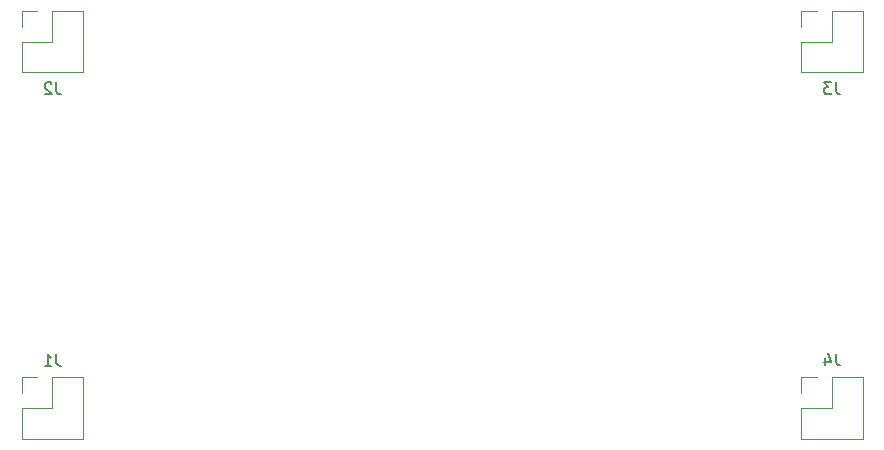
<source format=gbo>
%TF.GenerationSoftware,KiCad,Pcbnew,5.1.10*%
%TF.CreationDate,2021-11-03T22:20:00+01:00*%
%TF.ProjectId,main_pcb_ui,6d61696e-5f70-4636-925f-75692e6b6963,rev?*%
%TF.SameCoordinates,PX8583b00PY5f5e100*%
%TF.FileFunction,Legend,Bot*%
%TF.FilePolarity,Positive*%
%FSLAX46Y46*%
G04 Gerber Fmt 4.6, Leading zero omitted, Abs format (unit mm)*
G04 Created by KiCad (PCBNEW 5.1.10) date 2021-11-03 22:20:00*
%MOMM*%
%LPD*%
G01*
G04 APERTURE LIST*
%ADD10C,0.120000*%
%ADD11C,0.150000*%
G04 APERTURE END LIST*
D10*
%TO.C,J4*%
X31730000Y-5400000D02*
X30400000Y-5400000D01*
X30400000Y-5400000D02*
X30400000Y-6730000D01*
X33000000Y-5400000D02*
X33000000Y-8000000D01*
X33000000Y-8000000D02*
X30400000Y-8000000D01*
X30400000Y-8000000D02*
X30400000Y-10600000D01*
X35600000Y-10600000D02*
X30400000Y-10600000D01*
X35600000Y-5400000D02*
X35600000Y-10600000D01*
X35600000Y-5400000D02*
X33000000Y-5400000D01*
%TO.C,J3*%
X31730000Y25600000D02*
X30400000Y25600000D01*
X30400000Y25600000D02*
X30400000Y24270000D01*
X33000000Y25600000D02*
X33000000Y23000000D01*
X33000000Y23000000D02*
X30400000Y23000000D01*
X30400000Y23000000D02*
X30400000Y20400000D01*
X35600000Y20400000D02*
X30400000Y20400000D01*
X35600000Y25600000D02*
X35600000Y20400000D01*
X35600000Y25600000D02*
X33000000Y25600000D01*
%TO.C,J2*%
X-34270000Y25600000D02*
X-35600000Y25600000D01*
X-35600000Y25600000D02*
X-35600000Y24270000D01*
X-33000000Y25600000D02*
X-33000000Y23000000D01*
X-33000000Y23000000D02*
X-35600000Y23000000D01*
X-35600000Y23000000D02*
X-35600000Y20400000D01*
X-30400000Y20400000D02*
X-35600000Y20400000D01*
X-30400000Y25600000D02*
X-30400000Y20400000D01*
X-30400000Y25600000D02*
X-33000000Y25600000D01*
%TO.C,J1*%
X-34270000Y-5400000D02*
X-35600000Y-5400000D01*
X-35600000Y-5400000D02*
X-35600000Y-6730000D01*
X-33000000Y-5400000D02*
X-33000000Y-8000000D01*
X-33000000Y-8000000D02*
X-35600000Y-8000000D01*
X-35600000Y-8000000D02*
X-35600000Y-10600000D01*
X-30400000Y-10600000D02*
X-35600000Y-10600000D01*
X-30400000Y-5400000D02*
X-30400000Y-10600000D01*
X-30400000Y-5400000D02*
X-33000000Y-5400000D01*
%TO.C,J4*%
D11*
X33333333Y-3412380D02*
X33333333Y-4126666D01*
X33380952Y-4269523D01*
X33476190Y-4364761D01*
X33619047Y-4412380D01*
X33714285Y-4412380D01*
X32428571Y-3745714D02*
X32428571Y-4412380D01*
X32666666Y-3364761D02*
X32904761Y-4079047D01*
X32285714Y-4079047D01*
%TO.C,J3*%
X33333333Y19547620D02*
X33333333Y18833334D01*
X33380952Y18690477D01*
X33476190Y18595239D01*
X33619047Y18547620D01*
X33714285Y18547620D01*
X32952380Y19547620D02*
X32333333Y19547620D01*
X32666666Y19166667D01*
X32523809Y19166667D01*
X32428571Y19119048D01*
X32380952Y19071429D01*
X32333333Y18976191D01*
X32333333Y18738096D01*
X32380952Y18642858D01*
X32428571Y18595239D01*
X32523809Y18547620D01*
X32809523Y18547620D01*
X32904761Y18595239D01*
X32952380Y18642858D01*
%TO.C,J2*%
X-32666667Y19547620D02*
X-32666667Y18833334D01*
X-32619048Y18690477D01*
X-32523810Y18595239D01*
X-32380953Y18547620D01*
X-32285715Y18547620D01*
X-33095239Y19452381D02*
X-33142858Y19500000D01*
X-33238096Y19547620D01*
X-33476191Y19547620D01*
X-33571429Y19500000D01*
X-33619048Y19452381D01*
X-33666667Y19357143D01*
X-33666667Y19261905D01*
X-33619048Y19119048D01*
X-33047620Y18547620D01*
X-33666667Y18547620D01*
%TO.C,J1*%
X-32666667Y-3452380D02*
X-32666667Y-4166666D01*
X-32619048Y-4309523D01*
X-32523810Y-4404761D01*
X-32380953Y-4452380D01*
X-32285715Y-4452380D01*
X-33666667Y-4452380D02*
X-33095239Y-4452380D01*
X-33380953Y-4452380D02*
X-33380953Y-3452380D01*
X-33285715Y-3595238D01*
X-33190477Y-3690476D01*
X-33095239Y-3738095D01*
%TD*%
M02*

</source>
